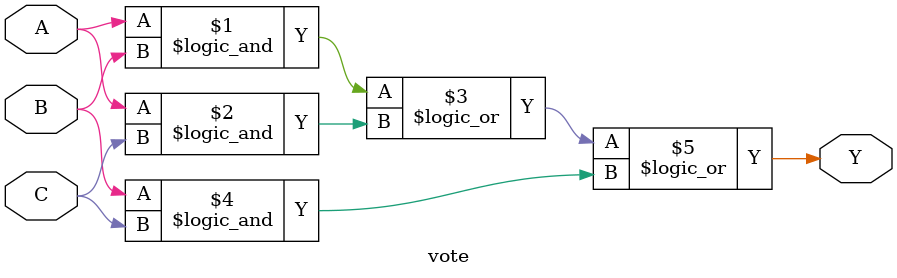
<source format=v>
module  vote(
    input A, B, C,
    output Y
);
    assign Y = (A && B) || (A && C) || (B && C);

endmodule

</source>
